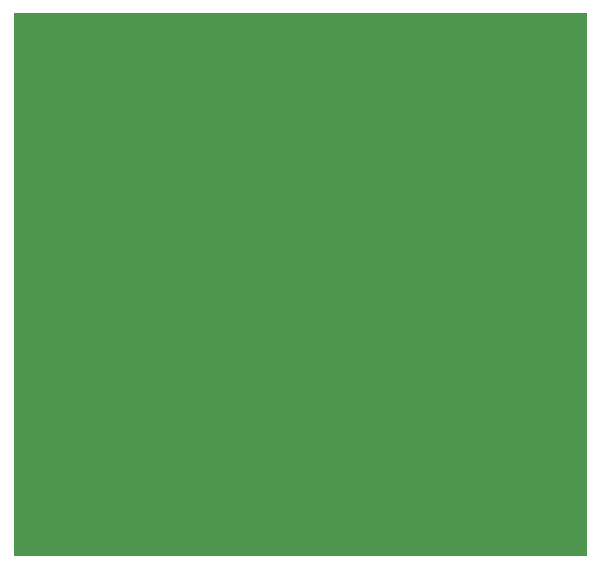
<source format=gbr>
G04 AWR Design Environment 15.04 *
G04 RS274-X Output Version 0.1 *
%FSLAX36Y36*%
%MOMM*%
%SFA1B1*%
%ADD10C,.010*%

G36*
X56802000Y-24053000D02*
X8327000D01*
Y21947000D01*
X56802000D01*
Y-24053000D01*
G37*
M02*
G04 End of Data *

</source>
